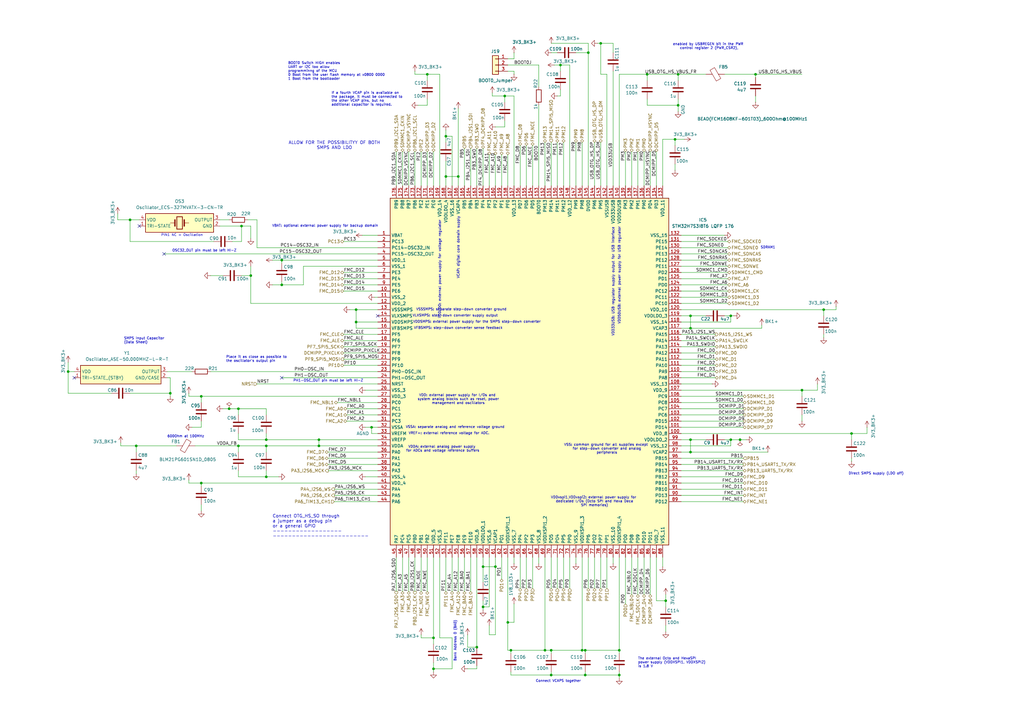
<source format=kicad_sch>
(kicad_sch (version 20231120) (generator "eeschema") (generator_version "8.0")
  (paper "A3")
  (junction (at 337.82 127))
  (junction (at 238.76 266.7))
  (junction (at 226.06 276.86))
  (junction (at 82.55 162.56))
  (junction (at 109.22 195.58))
  (junction (at 55.88 182.88))
  (junction (at 152.4 175.26))
  (junction (at 146.05 132.08))
  (junction (at 208.28 255.27))
  (junction (at 109.22 182.88))
  (junction (at 299.72 129.54))
  (junction (at 146.05 127))
  (junction (at 254 266.7))
  (junction (at 278.13 30.48))
  (junction (at 265.43 30.48))
  (junction (at 209.55 266.7))
  (junction (at 283.21 180.34))
  (junction (at 283.21 129.54))
  (junction (at 223.52 266.7))
  (junction (at 299.72 180.34))
  (junction (at 97.79 182.88))
  (junction (at 207.01 39.37))
  (junction (at 276.86 57.15))
  (junction (at 198.12 232.41))
  (junction (at 240.03 266.7))
  (junction (at 283.21 134.62))
  (junction (at 241.3 21.59))
  (junction (at 328.93 160.02))
  (junction (at 115.57 116.84))
  (junction (at 177.8 274.32))
  (junction (at 177.8 261.62))
  (junction (at 198.12 248.92))
  (junction (at 130.81 182.88))
  (junction (at 278.13 43.18))
  (junction (at 254 276.86))
  (junction (at 273.05 246.38))
  (junction (at 283.21 185.42))
  (junction (at 240.03 276.86))
  (junction (at 195.58 265.43))
  (junction (at 27.94 152.4))
  (junction (at 226.06 266.7))
  (junction (at 53.34 90.17))
  (junction (at 187.96 72.39))
  (junction (at 99.06 92.71))
  (junction (at 303.53 180.34))
  (junction (at 203.2 232.41))
  (junction (at 349.25 177.8))
  (junction (at 175.26 30.48))
  (junction (at 229.87 26.67))
  (junction (at 182.88 55.88))
  (junction (at 109.22 180.34))
  (junction (at 309.88 30.48))
  (junction (at 82.55 198.12))
  (junction (at 130.81 180.34))
  (junction (at 102.87 113.03))
  (junction (at 182.88 72.39))
  (junction (at 97.79 167.64))
  (junction (at 115.57 106.68))
  (junction (at 246.38 17.78))
  (junction (at 93.98 167.64))
  (junction (at 69.85 161.29))
  (no_connect (at 67.31 104.14))
  (no_connect (at 115.57 154.94))
  (no_connect (at 30.48 154.94))
  (no_connect (at 57.15 92.71))
  (no_connect (at 154.94 129.54))
  (wire (pts (xy 246.38 58.42) (xy 246.38 76.2)))
  (wire (pts (xy 200.66 63.5) (xy 200.66 76.2)))
  (wire (pts (xy 233.68 241.3) (xy 233.68 228.6)))
  (wire (pts (xy 130.81 182.88) (xy 154.94 182.88)))
  (wire (pts (xy 210.82 247.65) (xy 210.82 255.27)))
  (wire (pts (xy 170.18 228.6) (xy 170.18 242.57)))
  (wire (pts (xy 137.16 203.2) (xy 154.94 203.2)))
  (wire (pts (xy 55.88 182.88) (xy 72.39 182.88)))
  (wire (pts (xy 130.81 182.88) (xy 109.22 182.88)))
  (wire (pts (xy 298.45 109.22) (xy 279.4 109.22)))
  (wire (pts (xy 140.97 147.32) (xy 154.94 147.32)))
  (wire (pts (xy 193.04 60.96) (xy 193.04 76.2)))
  (wire (pts (xy 241.3 17.78) (xy 241.3 21.59)))
  (wire (pts (xy 271.78 76.2) (xy 271.78 57.15)))
  (wire (pts (xy 243.84 58.42) (xy 243.84 76.2)))
  (wire (pts (xy 349.25 177.8) (xy 349.25 180.34)))
  (wire (pts (xy 48.26 90.17) (xy 53.34 90.17)))
  (wire (pts (xy 279.4 167.64) (xy 304.8 167.64)))
  (wire (pts (xy 335.28 160.02) (xy 335.28 157.48)))
  (wire (pts (xy 198.12 246.38) (xy 198.12 248.92)))
  (wire (pts (xy 208.28 266.7) (xy 208.28 255.27)))
  (wire (pts (xy 236.22 228.6) (xy 236.22 231.14)))
  (wire (pts (xy 109.22 177.8) (xy 109.22 180.34)))
  (wire (pts (xy 210.82 39.37) (xy 207.01 39.37)))
  (wire (pts (xy 102.87 97.79) (xy 102.87 92.71)))
  (wire (pts (xy 53.34 161.29) (xy 69.85 161.29)))
  (wire (pts (xy 209.55 266.7) (xy 209.55 267.97)))
  (wire (pts (xy 182.88 228.6) (xy 182.88 242.57)))
  (wire (pts (xy 210.82 228.6) (xy 210.82 231.14)))
  (wire (pts (xy 172.72 228.6) (xy 172.72 242.57)))
  (wire (pts (xy 226.06 266.7) (xy 238.76 266.7)))
  (wire (pts (xy 99.06 99.06) (xy 95.25 99.06)))
  (wire (pts (xy 90.17 90.17) (xy 93.98 90.17)))
  (wire (pts (xy 226.06 21.59) (xy 228.6 21.59)))
  (wire (pts (xy 231.14 58.42) (xy 231.14 76.2)))
  (wire (pts (xy 279.4 127) (xy 337.82 127)))
  (wire (pts (xy 207.01 39.37) (xy 207.01 41.91)))
  (wire (pts (xy 269.24 246.38) (xy 273.05 246.38)))
  (wire (pts (xy 298.45 114.3) (xy 279.4 114.3)))
  (wire (pts (xy 109.22 195.58) (xy 97.79 195.58)))
  (wire (pts (xy 105.41 157.48) (xy 154.94 157.48)))
  (wire (pts (xy 140.97 119.38) (xy 154.94 119.38)))
  (wire (pts (xy 152.4 177.8) (xy 152.4 175.26)))
  (wire (pts (xy 279.4 96.52) (xy 297.18 96.52)))
  (wire (pts (xy 279.4 203.2) (xy 304.8 203.2)))
  (wire (pts (xy 55.88 193.04) (xy 55.88 194.31)))
  (wire (pts (xy 273.05 246.38) (xy 273.05 248.92)))
  (wire (pts (xy 55.88 182.88) (xy 55.88 185.42)))
  (wire (pts (xy 195.58 60.96) (xy 195.58 76.2)))
  (wire (pts (xy 177.8 274.32) (xy 185.42 274.32)))
  (wire (pts (xy 191.77 260.35) (xy 191.77 265.43)))
  (wire (pts (xy 193.04 228.6) (xy 193.04 242.57)))
  (wire (pts (xy 349.25 177.8) (xy 355.6 177.8)))
  (wire (pts (xy 279.4 132.08) (xy 299.72 132.08)))
  (wire (pts (xy 279.4 177.8) (xy 349.25 177.8)))
  (wire (pts (xy 140.97 99.06) (xy 154.94 99.06)))
  (wire (pts (xy 198.12 228.6) (xy 198.12 232.41)))
  (wire (pts (xy 53.34 99.06) (xy 87.63 99.06)))
  (wire (pts (xy 246.38 17.78) (xy 251.46 17.78)))
  (wire (pts (xy 279.4 170.18) (xy 304.8 170.18)))
  (wire (pts (xy 182.88 72.39) (xy 182.88 66.04)))
  (wire (pts (xy 148.59 96.52) (xy 154.94 96.52)))
  (wire (pts (xy 115.57 106.68) (xy 115.57 107.95)))
  (wire (pts (xy 48.26 90.17) (xy 48.26 87.63)))
  (wire (pts (xy 209.55 266.7) (xy 223.52 266.7)))
  (wire (pts (xy 152.4 175.26) (xy 149.86 175.26)))
  (wire (pts (xy 265.43 40.64) (xy 265.43 43.18)))
  (wire (pts (xy 109.22 182.88) (xy 109.22 185.42)))
  (wire (pts (xy 146.05 132.08) (xy 146.05 127)))
  (wire (pts (xy 248.92 241.3) (xy 248.92 228.6)))
  (wire (pts (xy 138.43 165.1) (xy 154.94 165.1)))
  (wire (pts (xy 53.34 90.17) (xy 57.15 90.17)))
  (wire (pts (xy 53.34 90.17) (xy 53.34 99.06)))
  (wire (pts (xy 69.85 154.94) (xy 69.85 161.29)))
  (wire (pts (xy 254 30.48) (xy 265.43 30.48)))
  (wire (pts (xy 177.8 228.6) (xy 177.8 261.62)))
  (wire (pts (xy 279.4 134.62) (xy 283.21 134.62)))
  (wire (pts (xy 78.74 175.26) (xy 82.55 175.26)))
  (wire (pts (xy 259.08 62.23) (xy 259.08 76.2)))
  (wire (pts (xy 265.43 30.48) (xy 265.43 33.02)))
  (wire (pts (xy 200.66 228.6) (xy 200.66 248.92)))
  (wire (pts (xy 254 276.86) (xy 254 278.13)))
  (wire (pts (xy 27.94 161.29) (xy 27.94 152.4)))
  (wire (pts (xy 241.3 76.2) (xy 241.3 21.59)))
  (wire (pts (xy 328.93 172.72) (xy 328.93 170.18)))
  (wire (pts (xy 208.28 24.13) (xy 210.82 24.13)))
  (wire (pts (xy 279.4 147.32) (xy 293.37 147.32)))
  (wire (pts (xy 299.72 182.88) (xy 299.72 180.34)))
  (wire (pts (xy 99.06 113.03) (xy 102.87 113.03)))
  (wire (pts (xy 97.79 167.64) (xy 97.79 170.18)))
  (wire (pts (xy 177.8 271.78) (xy 177.8 274.32)))
  (wire (pts (xy 215.9 59.69) (xy 215.9 76.2)))
  (wire (pts (xy 207.01 52.07) (xy 207.01 49.53)))
  (wire (pts (xy 198.12 232.41) (xy 198.12 238.76)))
  (wire (pts (xy 226.06 58.42) (xy 226.06 76.2)))
  (wire (pts (xy 172.72 261.62) (xy 177.8 261.62)))
  (wire (pts (xy 49.53 182.88) (xy 49.53 181.61)))
  (wire (pts (xy 273.05 246.38) (xy 273.05 243.84)))
  (wire (pts (xy 289.56 30.48) (xy 278.13 30.48)))
  (wire (pts (xy 142.24 172.72) (xy 154.94 172.72)))
  (wire (pts (xy 162.56 62.23) (xy 162.56 76.2)))
  (wire (pts (xy 82.55 175.26) (xy 82.55 172.72)))
  (wire (pts (xy 215.9 228.6) (xy 215.9 241.3)))
  (wire (pts (xy 337.82 137.16) (xy 337.82 138.43)))
  (wire (pts (xy 298.45 116.84) (xy 279.4 116.84)))
  (wire (pts (xy 283.21 185.42) (xy 283.21 180.34)))
  (wire (pts (xy 78.74 152.4) (xy 68.58 152.4)))
  (wire (pts (xy 175.26 228.6) (xy 175.26 242.57)))
  (wire (pts (xy 134.62 190.5) (xy 154.94 190.5)))
  (wire (pts (xy 298.45 106.68) (xy 279.4 106.68)))
  (wire (pts (xy 101.6 90.17) (xy 105.41 90.17)))
  (wire (pts (xy 170.18 30.48) (xy 175.26 30.48)))
  (wire (pts (xy 299.72 180.34) (xy 303.53 180.34)))
  (wire (pts (xy 256.54 62.23) (xy 256.54 76.2)))
  (wire (pts (xy 27.94 152.4) (xy 27.94 148.59)))
  (wire (pts (xy 240.03 275.59) (xy 240.03 276.86)))
  (wire (pts (xy 146.05 127) (xy 154.94 127)))
  (wire (pts (xy 209.55 275.59) (xy 209.55 276.86)))
  (wire (pts (xy 251.46 29.21) (xy 251.46 76.2)))
  (wire (pts (xy 298.45 124.46) (xy 279.4 124.46)))
  (wire (pts (xy 210.82 29.21) (xy 210.82 30.48)))
  (wire (pts (xy 203.2 232.41) (xy 203.2 260.35)))
  (wire (pts (xy 283.21 185.42) (xy 314.96 185.42)))
  (wire (pts (xy 45.72 161.29) (xy 27.94 161.29)))
  (wire (pts (xy 279.4 180.34) (xy 283.21 180.34)))
  (wire (pts (xy 77.47 198.12) (xy 82.55 198.12)))
  (wire (pts (xy 298.45 119.38) (xy 279.4 119.38)))
  (wire (pts (xy 97.79 167.64) (xy 93.98 167.64)))
  (wire (pts (xy 259.08 228.6) (xy 259.08 243.84)))
  (wire (pts (xy 208.28 228.6) (xy 208.28 255.27)))
  (wire (pts (xy 233.68 76.2) (xy 233.68 26.67)))
  (wire (pts (xy 238.76 228.6) (xy 238.76 266.7)))
  (wire (pts (xy 279.4 157.48) (xy 292.1 157.48)))
  (wire (pts (xy 187.96 72.39) (xy 182.88 72.39)))
  (wire (pts (xy 297.18 180.34) (xy 299.72 180.34)))
  (wire (pts (xy 266.7 62.23) (xy 266.7 76.2)))
  (wire (pts (xy 69.85 162.56) (xy 69.85 161.29)))
  (wire (pts (xy 246.38 228.6) (xy 246.38 241.3)))
  (wire (pts (xy 278.13 30.48) (xy 278.13 33.02)))
  (wire (pts (xy 309.88 39.37) (xy 309.88 41.91)))
  (wire (pts (xy 175.26 43.18) (xy 175.26 40.64)))
  (wire (pts (xy 137.16 205.74) (xy 154.94 205.74)))
  (wire (pts (xy 228.6 58.42) (xy 228.6 76.2)))
  (wire (pts (xy 208.28 266.7) (xy 209.55 266.7)))
  (wire (pts (xy 220.98 228.6) (xy 220.98 231.14)))
  (wire (pts (xy 191.77 265.43) (xy 195.58 265.43)))
  (wire (pts (xy 218.44 59.69) (xy 218.44 76.2)))
  (wire (pts (xy 226.06 266.7) (xy 226.06 267.97)))
  (wire (pts (xy 279.4 160.02) (xy 328.93 160.02)))
  (wire (pts (xy 171.45 43.18) (xy 175.26 43.18)))
  (wire (pts (xy 298.45 104.14) (xy 279.4 104.14)))
  (wire (pts (xy 170.18 62.23) (xy 170.18 76.2)))
  (wire (pts (xy 279.4 101.6) (xy 298.45 101.6)))
  (wire (pts (xy 279.4 137.16) (xy 293.37 137.16)))
  (wire (pts (xy 279.4 175.26) (xy 304.8 175.26)))
  (wire (pts (xy 82.55 162.56) (xy 82.55 165.1)))
  (wire (pts (xy 279.4 198.12) (xy 304.8 198.12)))
  (wire (pts (xy 203.2 63.5) (xy 203.2 76.2)))
  (wire (pts (xy 246.38 30.48) (xy 246.38 17.78)))
  (wire (pts (xy 153.67 121.92) (xy 154.94 121.92)))
  (wire (pts (xy 254 266.7) (xy 254 267.97)))
  (wire (pts (xy 109.22 193.04) (xy 109.22 195.58)))
  (wire (pts (xy 130.81 180.34) (xy 109.22 180.34)))
  (wire (pts (xy 146.05 134.62) (xy 146.05 132.08)))
  (wire (pts (xy 246.38 30.48) (xy 248.92 30.48)))
  (wire (pts (xy 30.48 152.4) (xy 27.94 152.4)))
  (wire (pts (xy 154.94 180.34) (xy 130.81 180.34)))
  (wire (pts (xy 111.76 116.84) (xy 115.57 116.84)))
  (wire (pts (xy 82.55 198.12) (xy 154.94 198.12)))
  (wire (pts (xy 195.58 228.6) (xy 195.58 265.43)))
  (wire (pts (xy 185.42 261.62) (xy 185.42 274.32)))
  (wire (pts (xy 154.94 106.68) (xy 115.57 106.68)))
  (wire (pts (xy 264.16 228.6) (xy 264.16 243.84)))
  (wire (pts (xy 105.41 101.6) (xy 154.94 101.6)))
  (wire (pts (xy 355.6 177.8) (xy 355.6 175.26)))
  (wire (pts (xy 240.03 276.86) (xy 254 276.86)))
  (wire (pts (xy 283.21 129.54) (xy 289.56 129.54)))
  (wire (pts (xy 154.94 134.62) (xy 146.05 134.62)))
  (wire (pts (xy 82.55 198.12) (xy 82.55 199.39)))
  (wire (pts (xy 328.93 160.02) (xy 328.93 162.56)))
  (wire (pts (xy 115.57 116.84) (xy 115.57 115.57)))
  (wire (pts (xy 223.52 228.6) (xy 223.52 266.7)))
  (wire (pts (xy 177.8 62.23) (xy 177.8 76.2)))
  (wire (pts (xy 182.88 76.2) (xy 182.88 72.39)))
  (wire (pts (xy 115.57 154.94) (xy 154.94 154.94)))
  (wire (pts (xy 146.05 127) (xy 143.51 127)))
  (wire (pts (xy 198.12 60.96) (xy 198.12 76.2)))
  (wire (pts (xy 279.4 172.72) (xy 304.8 172.72)))
  (wire (pts (xy 210.82 255.27) (xy 208.28 255.27)))
  (wire (pts (xy 69.85 154.94) (xy 68.58 154.94)))
  (wire (pts (xy 245.11 17.78) (xy 246.38 17.78)))
  (wire (pts (xy 177.8 275.59) (xy 177.8 274.32)))
  (wire (pts (xy 182.88 58.42) (xy 182.88 55.88)))
  (wire (pts (xy 49.53 182.88) (xy 55.88 182.88)))
  (wire (pts (xy 220.98 43.18) (xy 220.98 76.2)))
  (wire (pts (xy 177.8 261.62) (xy 177.8 264.16)))
  (wire (pts (xy 279.4 149.86) (xy 293.37 149.86)))
  (wire (pts (xy 279.4 165.1) (xy 304.8 165.1)))
  (wire (pts (xy 261.62 228.6) (xy 261.62 243.84)))
  (wire (pts (xy 105.41 90.17) (xy 105.41 101.6)))
  (wire (pts (xy 261.62 62.23) (xy 261.62 76.2)))
  (wire (pts (xy 203.2 52.07) (xy 207.01 52.07)))
  (wire (pts (xy 187.96 72.39) (xy 187.96 44.45)))
  (wire (pts (xy 134.62 185.42) (xy 154.94 185.42)))
  (wire (pts (xy 180.34 30.48) (xy 180.34 76.2)))
  (wire (pts (xy 208.28 26.67) (xy 220.98 26.67)))
  (wire (pts (xy 279.4 190.5) (xy 304.8 190.5)))
  (wire (pts (xy 200.66 256.54) (xy 200.66 260.35)))
  (wire (pts (xy 149.86 160.02) (xy 154.94 160.02)))
  (wire (pts (xy 279.4 99.06) (xy 298.45 99.06)))
  (wire (pts (xy 165.1 228.6) (xy 165.1 242.57)))
  (wire (pts (xy 269.24 228.6) (xy 269.24 246.38)))
  (wire (pts (xy 97.79 195.58) (xy 97.79 193.04)))
  (wire (pts (xy 279.4 152.4) (xy 293.37 152.4)))
  (wire (pts (xy 279.4 139.7) (xy 293.37 139.7)))
  (wire (pts (xy 254 76.2) (xy 254 30.48)))
  (wire (pts (xy 248.92 30.48) (xy 248.92 76.2)))
  (wire (pts (xy 279.4 185.42) (xy 283.21 185.42)))
  (wire (pts (xy 102.87 109.22) (xy 102.87 113.03)))
  (wire (pts (xy 205.74 228.6) (xy 205.74 237.49)))
  (wire (pts (xy 251.46 228.6) (xy 251.46 231.14)))
  (wire (pts (xy 223.52 58.42) (xy 223.52 76.2)))
  (wire (pts (xy 175.26 30.48) (xy 175.26 33.02)))
  (wire (pts (xy 111.76 106.68) (xy 115.57 106.68)))
  (wire (pts (xy 271.78 228.6) (xy 271.78 232.41)))
  (wire (pts (xy 80.01 182.88) (xy 97.79 182.88)))
  (wire (pts (xy 240.03 266.7) (xy 240.03 267.97)))
  (wire (pts (xy 229.87 26.67) (xy 229.87 29.21)))
  (wire (pts (xy 195.58 274.32) (xy 195.58 273.05)))
  (wire (pts (xy 208.28 63.5) (xy 208.28 76.2)))
  (wire (pts (xy 97.79 177.8) (xy 97.79 180.34)))
  (wire (pts (xy 337.82 127) (xy 337.82 129.54)))
  (wire (pts (xy 283.21 134.62) (xy 312.42 134.62)))
  (wire (pts (xy 205.74 63.5) (xy 205.74 76.2)))
  (wire (pts (xy 140.97 116.84) (xy 154.94 116.84)))
  (wire (pts (xy 124.46 109.22) (xy 154.94 109.22)))
  (wire (pts (xy 97.79 180.34) (xy 109.22 180.34)))
  (wire (pts (xy 279.4 162.56) (xy 304.8 162.56)))
  (wire (pts (xy 238.76 58.42) (xy 238.76 76.2)))
  (wire (pts (xy 208.28 29.21) (xy 210.82 29.21)))
  (wire (pts (xy 124.46 116.84) (xy 115.57 116.84)))
  (wire (pts (xy 165.1 62.23) (xy 165.1 76.2)))
  (wire (pts (xy 67.31 104.14) (xy 154.94 104.14)))
  (wire (pts (xy 271.78 57.15) (xy 276.86 57.15)))
  (wire (pts (xy 142.24 167.64) (xy 154.94 167.64)))
  (wire (pts (xy 279.4 195.58) (xy 304.8 195.58)))
  (wire (pts (xy 218.44 228.6) (xy 218.44 241.3)))
  (wire (pts (xy 93.98 167.64) (xy 91.44 167.64)))
  (wire (pts (xy 200.66 248.92) (xy 198.12 248.92)))
  (wire (pts (xy 265.43 43.18) (xy 278.13 43.18)))
  (wire (pts (xy 236.22 58.42) (xy 236.22 76.2)))
  (wire (pts (xy 200.66 260.35) (xy 203.2 260.35)))
  (wire (pts (xy 279.4 129.54) (xy 283.21 129.54)))
  (wire (pts (xy 299.72 132.08) (xy 299.72 129.54)))
  (wire (pts (xy 86.36 113.03) (xy 91.44 113.03)))
  (wire (pts (xy 152.4 175.26) (xy 154.94 175.26)))
  (wire (pts (xy 77.47 162.56) (xy 82.55 162.56)))
  (wire (pts (xy 229.87 39.37) (xy 229.87 36.83)))
  (wire (pts (xy 77.47 198.12) (xy 77.47 196.85)))
  (wire (pts (xy 99.06 92.71) (xy 99.06 99.06)))
  (wire (pts (xy 229.87 26.67) (xy 233.68 26.67)))
  (wire (pts (xy 256.54 228.6) (xy 256.54 247.65)))
  (wire (pts (xy 203.2 228.6) (xy 203.2 232.41)))
  (wire (pts (xy 279.4 154.94) (xy 293.37 154.94)))
  (wire (pts (xy 226.06 17.78) (xy 241.3 17.78)))
  (wire (pts (xy 185.42 228.6) (xy 185.42 242.57)))
  (wire (pts (xy 283.21 134.62) (xy 283.21 129.54)))
  (wire (pts (xy 265.43 30.48) (xy 278.13 30.48)))
  (wire (pts (xy 279.4 193.04) (xy 304.8 193.04)))
  (wire (pts (xy 298.45 111.76) (xy 279.4 111.76)))
  (wire (pts (xy 140.97 149.86) (xy 154.94 149.86)))
  (wire (pts (xy 109.22 167.64) (xy 97.79 167.64)))
  (wire (pts (xy 337.82 127) (xy 342.9 127)))
  (wire (pts (xy 203.2 232.41) (xy 198.12 232.41)))
  (wire (pts (xy 279.4 205.74) (xy 304.8 205.74)))
  (wire (pts (xy 134.62 193.04) (xy 154.94 193.04)))
  (wire (pts (xy 210.82 76.2) (xy 210.82 39.37)))
  (wire (pts (xy 276.86 57.15) (xy 280.67 57.15)))
  (wire (pts (xy 86.36 152.4) (xy 154.94 152.4)))
  (wire (pts (xy 243.84 228.6) (xy 243.84 241.3)))
  (wire (pts (xy 278.13 43.18) (xy 278.13 40.64)))
  (wire (pts (xy 198.12 248.92) (xy 198.12 250.19)))
  (wire (pts (xy 349.25 189.23) (xy 349.25 187.96)))
  (wire (pts (xy 238.76 266.7) (xy 240.03 266.7)))
  (wire (pts (xy 142.24 170.18) (xy 154.94 170.18)))
  (wire (pts (xy 299.72 129.54) (xy 300.99 129.54)))
  (wire (pts (xy 134.62 187.96) (xy 154.94 187.96)))
  (wire (pts (xy 228.6 241.3) (xy 228.6 228.6)))
  (wire (pts (xy 279.4 200.66) (xy 304.8 200.66)))
  (wire (pts (xy 180.34 261.62) (xy 185.42 261.62)))
  (wire (pts (xy 227.33 26.67) (xy 229.87 26.67)))
  (wire (pts (xy 298.45 121.92) (xy 279.4 121.92)))
  (wire (pts (xy 140.97 137.16) (xy 154.94 137.16)))
  (wire (pts (xy 162.56 228.6) (xy 162.56 242.57)))
  (wire (pts (xy 283.21 180.34) (xy 289.56 180.34)))
  (wire (pts (xy 279.4 144.78) (xy 293.37 144.78)))
  (wire (pts (xy 170.18 30.48) (xy 170.18 29.21)))
  (wire (pts (xy 102.87 124.46) (xy 154.94 124.46)))
  (wire (pts (xy 276.86 57.15) (xy 276.86 59.69)))
  (wire (pts (xy 226.06 228.6) (xy 226.06 241.3)))
  (wire (pts (xy 269.24 62.23) (xy 269.24 76.2)))
  (wire (pts (xy 209.55 276.86) (xy 226.06 276.86)))
  (wire (pts (xy 213.36 228.6) (xy 213.36 241.3)))
  (wire (pts (xy 190.5 228.6) (xy 190.5 242.57)))
  (wire (pts (xy 190.5 60.96) (xy 190.5 76.2)))
  (wire (pts (xy 149.86 195.58) (xy 154.94 195.58)))
  (wire (pts (xy 154.94 177.8) (xy 152.4 177.8)))
  (wire (pts (xy 201.93 39.37) (xy 207.01 39.37)))
  (wire (pts (xy 180.34 228.6) (xy 180.34 261.62)))
  (wire (pts (xy 172.72 62.23) (xy 172.72 76.2)))
  (wire (pts (xy 241.3 228.6) (xy 241.3 241.3)))
  (wire (pts (xy 328.93 30.48) (xy 309.88 30.48)))
  (wire (pts (xy 231.14 228.6) (xy 231.14 241.3)))
  (wire (pts (xy 278.13 43.18) (xy 278.13 45.72)))
  (wire (pts (xy 226.06 276.86) (xy 240.03 276.86)))
  (wire (pts (xy 328.93 160.02) (xy 335.28 160.02)))
  (wire (pts (xy 210.82 21.59) (xy 210.82 24.13)))
  (wire (pts (xy 146.05 132.08) (xy 154.94 132.08)))
  (wire (pts (xy 175.26 30.48) (xy 180.34 30.48)))
  (wire (pts (xy 276.86 67.31) (xy 276.86 69.85)))
  (wire (pts (xy 309.88 30.48) (xy 309.88 31.75)))
  (wire (pts (xy 309.88 30.48) (xy 297.18 30.48)))
  (wire (pts (xy 185.42 76.2) (xy 185.42 55.88)))
  (wire (pts (xy 312.42 133.35) (xy 312.42 134.62)))
  (wire (pts (xy 82.55 209.55) (xy 82.55 207.01)))
  (wire (pts (xy 240.03 266.7) (xy 254 266.7)))
  (wire (pts (xy 297.18 129.54) (xy 299.72 129.54)))
  (wire (pts (xy 279.4 142.24) (xy 293.37 142.24)))
  (wire (pts (xy 167.64 228.6) (xy 167.64 242.57)))
  (wire (pts (xy 124.46 109.22) (xy 124.46 116.84)))
  (wire (pts (xy 109.22 170.18) (xy 109.22 167.64)))
  (wire (pts (xy 303.53 180.34) (xy 306.07 180.34)))
  (wire (pts (xy 185.42 55.88) (xy 182.88 55.88)))
  (wire (pts (xy 201.93 39.37) (xy 201.93 38.1)))
  (wire (pts (xy 273.05 256.54) (xy 273.05 259.08)))
  (wire (pts (xy 140.97 114.3) (xy 154.94 114.3)))
  (wire (pts (xy 109.22 195.58) (xy 114.3 195.58)))
  (wire (pts (xy 191.77 274.32) (xy 195.58 274.32)))
  (wire (pts (xy 228.6 39.37) (xy 229.87 39.37)))
  (wire (pts (xy 251.46 21.59) (xy 251.46 17.78)))
  (wire (pts (xy 226.06 275.59) (xy 226.06 276.86)))
  (wire (pts (xy 102.87 92.71) (xy 99.06 92.71)))
  (wire (pts (xy 172.72 260.35) (xy 172.72 261.62)))
  (wire (pts (xy 82.55 162.56) (xy 154.94 162.56)))
  (wire (pts (xy 279.4 187.96) (xy 304.8 187.96)))
  (wire (pts (xy 220.98 26.67) (xy 220.98 35.56)))
  (wire (pts (xy 140.97 139.7) (xy 154.94 139.7)))
  (wire (pts (xy 97.79 182.88) (xy 109.22 182.88)))
  (wire (pts (xy 279.4 182.88) (xy 299.72 182.88)))
  (wire (pts (xy 264.16 62.23) (xy 264.16 76.2)))
  (wire (pts (xy 130.81 180.34) (xy 130.81 182.88)))
  (wire (pts (xy 266.7 228.6) (xy 266.7 243.84)))
  (wire (pts (xy 241.3 21.59) (xy 236.22 21.59)))
  (wire (pts (xy 137.16 200.66) (xy 154.94 200.66)))
  (wire (pts (xy 182.88 55.88) (xy 182.88 53.34)))
  (wire (pts (xy 254 266.7) (xy 254 228.6)))
  (wire (pts (xy 254 275.59) (xy 254 276.86)))
  (wire (pts (xy 90.17 92.71) (xy 99.06 92.71)))
  (wire (pts (xy 342.9 127) (xy 342.9 125.73)))
  (wire (pts (xy 97.79 182.88) (xy 97.79 185.42)))
  (wire (pts (xy 102.87 113.03) (xy 102.87 124.46)))
  (wire (pts (xy 140.97 111.76) (xy 154.94 111.76)))
  (wire (pts (xy 213.36 59.69) (xy 213.36 76.2)))
  (wire (pts (xy 223.52 266.7) (xy 226.06 266.7)))
  (wire (pts (xy 187.96 76.2) (xy 187.96 72.39)))
  (wire (pts (xy 175.26 62.23) (xy 175.26 76.2)))
  (wire (pts (xy 187.96 228.6) (xy 187.96 242.57)))
  (wire (pts (xy 167.64 62.23) (xy 167.64 76.2)))
  (wire (pts (xy 140.97 142.24) (xy 154.94 142.24)))
  (wire (pts (xy 77.47 162.56) (xy 77.47 161.29)))
  (wire (pts (xy 140.97 144.78) (xy 154.94 144.78)))
  (text "SDRAM1" (at 314.96 101.6 0) (effects (font (size 1 1))))
  (text "VDD50USB: external power supply for USB regulator" (at 254 113.03 90) (effects (font (size 1 1))))
  (text "VDDA: external analog power supply \nfor ADCs and voltage reference buffers" (at 181.61 184.15 0) (effects (font (size 1 1))))
  (text "PH1-OSC_OUT pin must be left HI-Z" (at 134.62 156.21 0) (effects (font (size 1 1))))
  (text "VSSSMPS: separate step-down converter ground" (at 189.23 127 0) (effects (font (size 1 1))))
  (text "600Ohm at 100MHz" (at 76.2 179.07 0) (effects (font (size 1 1))))
  (text "VBAT: optional external power supply for backup domain" (at 133.35 92.71 0) (effects (font (size 1 1))))
  (text "SMPS Input Capacitor\n(Data Sheet)" (at 50.8 139.7 0) (effects (font (size 1 1)) (justify left)))
  (text "Connect OTG_HS_SO through\na jumper as a debug pin \nor a general GPIO\n------------------\n-------------------------" (at 111.76 215.9 0) (effects (font (size 1.27 1.27)) (justify left)))
  (text "VDD33USB: USB regulator supply output for USB interface" (at 251.46 115.57 90) (effects (font (size 1 1))))
  (text "Connect VCAPS together" (at 219.71 279.4 0) (effects (font (size 1 1)) (justify left)))
  (text "Bank Address 0 (BA0)" (at 186.69 262.89 90) (effects (font (size 1 1))))
  (text "The external Octo and HexaSPI \npower supply (VDDXSPI1, VDDXSPI2) \nis 1.8 V" (at 261.62 271.78 0) (effects (font (size 1 1)) (justify left)))
  (text "VREF+: external reference voltage for ADC." (at 184.15 177.8 0) (effects (font (size 1 1))))
  (text "OSC32_OUT pin must be left HI-Z" (at 83.82 102.87 0) (effects (font (size 1 1))))
  (text "VDDLDO: external power supply for voltage regulator" (at 180.34 110.49 90) (effects (font (size 1 1))))
  (text "enabled by USBREGEN bit in the PWR \ncontrol register 2 (PWR_CSR2)," (at 290.83 19.05 0) (effects (font (size 1 1))))
  (text "Place it as close as possible to \nthe oscillator's output pin" (at 92.71 147.32 0) (effects (font (size 1 1)) (justify left)))
  (text "VLXSMPS: step-down converter supply output" (at 186.69 129.54 0) (effects (font (size 1 1))))
  (text "ALLOW FOR THE POSSIBILITYY OF BOTH\nSMPS AND LDO" (at 137.16 59.69 0) (effects (font (size 1.27 1.27))))
  (text "PIN1 NC = Oscillation" (at 66.04 96.52 0) (effects (font (size 1 1) (thickness 0.125)) (justify left)))
  (text "VDDSMPS: external power supply for the SMPS step-down converter" (at 195.58 132.08 0) (effects (font (size 1 1))))
  (text "VCAP: digital core domain supply" (at 187.96 101.6 90) (effects (font (size 1 1))))
  (text "VSSA: separate analog and reference voltage ground" (at 186.69 175.26 0) (effects (font (size 1 1))))
  (text "BOOT0 Switch HIGH enables \nUART or I2C too allow\nprogramminng of the MCU\n0 Boot from the user flash memory at x0800 0000\n1 Boot from the bootloader" (at 118.11 33.02 0) (effects (font (size 1 1)) (justify left bottom)))
  (text "Direct SMPS supply (LDO off)" (at 347.98 194.31 0) (effects (font (size 1 1)) (justify left)))
  (text "VSS: common ground for all supplies except \nfor step-down converter and analog\nperipherals" (at 248.92 184.15 0) (effects (font (size 1 1))))
  (text "VDD: external power supply for I/Os and \nsystem analog blocks such as reset, power\nmanagement and oscillators" (at 187.96 163.83 0) (effects (font (size 1 1))))
  (text "VDDxspi1,VDDxspi2: external power supply for \ndedicated I/Os (Octo SPI and Hexa Deca\nSPI memories)" (at 243.84 205.74 0) (effects (font (size 1 1))))
  (text "VFBSMPS: step-down converter sense feedback" (at 187.96 134.62 0) (effects (font (size 1 1))))
  (text "If a fourth VCAP pin is available on \nthe package, it must be connected to \nthe other VCAP pins, but no\nadditional capacitor is required." (at 135.89 40.64 0) (effects (font (size 1 1)) (justify left)))
  (label "DCMIPP_D9" (at 294.64 172.72 0))
  (label "PB15" (at 304.8 187.96 180))
  (label "PA14_SWCLK" (at 293.37 139.7 180))
  (label "FMC_D9" (at 304.8 195.58 180))
  (label "FMC_A10" (at 203.2 71.12 90))
  (label "FMC_D14" (at 140.97 116.84 0))
  (label "PM2" (at 259.08 66.04 90))
  (label "PO2" (at 243.84 237.49 270))
  (label "PM11" (at 228.6 58.42 270))
  (label "PH0-OSC_IN" (at 120.65 152.4 0))
  (label "VDD33USB" (at 251.46 68.58 90))
  (label "PP2" (at 215.9 237.49 270))
  (label "FMC_ALE" (at 140.97 139.7 0))
  (label "USB_OTG_HS_VBUS" (at 328.93 30.48 180))
  (label "DCMIPP_VSYNC" (at 167.64 76.2 90))
  (label "PO1" (at 205.74 232.41 270))
  (label "FMC_D4" (at 293.37 154.94 180))
  (label "PF10" (at 146.05 149.86 180))
  (label "FMC_A3" (at 165.1 242.57 90))
  (label "PF11" (at 182.88 242.57 90))
  (label "PB4_I2S1_SDI" (at 193.04 60.96 270))
  (label "PB9_I2C1_SDA" (at 162.56 62.23 270))
  (label "PM14_SPI5_MISO" (at 226.06 58.42 270))
  (label "PC14-OSC32_IN" (at 130.81 101.6 180))
  (label "DCMIPP_PIXCLK" (at 140.97 144.78 0))
  (label "FMC_SDCKE0" (at 285.75 99.06 0))
  (label "FMC_D10" (at 304.8 198.12 180))
  (label "SDMMC1_D0" (at 293.37 165.1 0))
  (label "PB3_SWO" (at 195.58 60.96 270))
  (label "PM13" (at 223.52 58.42 270))
  (label "PA3_I2S6_MCK" (at 134.62 193.04 0))
  (label "FMC_NBL0" (at 259.08 243.84 90))
  (label "PM9" (at 236.22 62.23 90))
  (label "USB_OTG_HS_DP" (at 243.84 73.66 90))
  (label "FMC_D8" (at 213.36 59.69 270))
  (label "FMC_A7" (at 298.45 114.3 180))
  (label "FMC_BA0" (at 190.5 242.57 90))
  (label "FMC_A11" (at 200.66 71.12 90))
  (label "PA15_I2S1_WS" (at 293.37 137.16 180))
  (label "DCMIPP_D2" (at 177.8 62.23 270))
  (label "FMC_A5" (at 167.64 242.57 90))
  (label "PO4" (at 228.6 241.3 90))
  (label "PC13" (at 146.05 99.06 180))
  (label "USB_OTG_HS_VBUS_FR" (at 285.75 30.48 180))
  (label "FMC_INT" (at 304.8 203.2 180))
  (label "PM8" (at 238.76 62.23 90))
  (label "USB_OTG_HS_DM" (at 246.38 73.66 90))
  (label "FMC_A1" (at 142.24 170.18 0))
  (label "FMC_D11" (at 304.8 200.66 180))
  (label "PF9_SPI5_MOSI" (at 140.97 147.32 0))
  (label "SDMMC1_CK" (at 298.45 119.38 180))
  (label "FMC_D12" (at 140.97 111.76 0))
  (label "PO5" (at 226.06 237.49 270))
  (label "BOOT0J" (at 210.82 26.67 0))
  (label "SDMMC1_D2" (at 298.45 124.46 180))
  (label "PA6_TIM13_CH1" (at 137.16 205.74 0))
  (label "FMC_A8" (at 208.28 71.12 90))
  (label "PA7_I2S6_SDO" (at 162.56 242.57 90))
  (label "NRST" (at 105.41 157.48 0))
  (label "PP1" (at 248.92 241.3 90))
  (label "FMC_A9" (at 205.74 71.12 90))
  (label "PE2" (at 172.72 66.04 90))
  (label "PO0" (at 256.54 247.65 90))
  (label "FMC_D13" (at 140.97 114.3 0))
  (label "FMC_SDNE0" (at 285.75 101.6 0))
  (label "DCMIPP_D3" (at 175.26 62.23 270))
  (label "FMC_A6" (at 298.45 116.84 180))
  (label "PC15-OSC32_OUT" (at 132.08 104.14 180))
  (label "FMC_D6" (at 134.62 187.96 0))
  (label "FMC_SDCLK" (at 261.62 243.84 90))
  (label "PA4_I2S6_WS" (at 137.16 200.66 0))
  (label "DCMIPP_D5" (at 269.24 72.39 90))
  (label "FMC_CLE" (at 140.97 137.16 0))
  (label "SDMMC1_CKIN" (at 165.1 62.23 270))
  (label "PP3" (at 218.44 237.49 270))
  (label "FMC_SDNCAS" (at 298.45 104.14 180))
  (label "PB5" (at 190.5 60.96 270))
  (label "PM1" (at 261.62 66.04 90))
  (label "PB13_UART5_TX{slash}RX" (at 304.8 193.04 180))
  (label "DCMIPP_D4" (at 264.16 243.84 90))
  (label "FMC_A2" (at 142.24 172.72 0))
  (label "DCMIPP_D7" (at 294.64 175.26 0))
  (label "PM12" (at 231.14 58.42 270))
  (label "FMC_D15" (at 140.97 119.38 0))
  (label "SDMMC1_D3" (at 298.45 121.92 180))
  (label "PB6_I2C1_SCL" (at 170.18 62.23 270))
  (label "FMC_D2" (at 293.37 149.86 180))
  (label "VDDA_FB" (at 88.9 182.88 0))
  (label "PF7_SPI5_SCK" (at 140.97 142.24 0))
  (label "SDMMC1_CMD" (at 298.45 111.76 180))
  (label "PB14_USART1_TX{slash}RX" (at 304.8 190.5 180))
  (label "PB0_I2S1_CK" (at 170.18 242.57 90))
  (label "DCMIPP_D1" (at 294.64 167.64 0))
  (label "FMC_SDNRAS" (at 298.45 106.68 180))
  (label "PM3" (at 256.54 66.04 90))
  (label "BOOT0" (at 220.98 59.69 270))
  (label "PP6" (at 241.3 237.49 270))
  (label "PH1-OSC_OUT" (at 120.65 154.94 0))
  (label "FMC_A4" (at 185.42 242.57 90))
  (label "PA13_SWDIO" (at 293.37 142.24 180))
  (label "FMC_A0" (at 142.24 167.64 0))
  (label "SDMMC1_D1" (at 293.37 162.56 0))
  (label "PP0" (at 233.68 241.3 90))
  (label "DCMIPP_HSYNC" (at 266.7 76.2 90))
  (label "PF4_DCMIPP_D8" (at 198.12 60.96 270))
  (label "FMC_SDNWE" (at 298.45 109.22 180))
  (label "FMC_NBL1" (at 138.43 165.1 0))
  (label "PP7" (at 246.38 237.49 270))
  (label "PP5" (at 231.14 237.49 270))
  (label "FMC_D1" (at 293.37 147.32 180))
  (label "PA5_I2S6_CK" (at 137.16 203.2 0))
  (label "FMC_D3" (at 293.37 152.4 180))
  (label "DCMIPP_D0" (at 294.64 170.18 0))
  (label "FMC_D0" (at 293.37 144.78 180))
  (label "FMC_NE1" (at 304.8 205.74 180))
  (label "FMC_A12" (at 187.96 242.57 90))
  (label "DCMIPP_D6" (at 266.7 243.84 90))
  (label "FMC_NCE" (at 218.44 68.58 90))
  (label "FMC_D7" (at 134.62 185.42 0))
  (label "FMC_BA1" (at 193.04 242.57 90))
  (label "PP4" (at 213.36 237.49 270))
  (label "FMC_NOE" (at 172.72 242.57 90))
  (label "PD6" (at 215.9 59.69 270))
  (label "PM0" (at 264.16 66.04 90))
  (label "FMC_D5" (at 134.62 190.5 0))
  (label "FMC_NWE" (at 175.26 242.57 90))
  (hierarchical_label "FMC_D10" (shape bidirectional) (at 304.8 198.12 0))
  (hierarchical_label "PM13" (shape bidirectional) (at 223.52 58.42 90))
  (hierarchical_label "FMC_D14" (shape bidirectional) (at 140.97 116.84 180))
  (hierarchical_label "PP7" (shape bidirectional) (at 246.38 241.3 270))
  (hierarchical_label "PA4_I2S6_WS" (shape output) (at 137.16 200.66 180))
  (hierarchical_label "FMC_D0" (shape bidirectional) (at 293.37 144.78 0))
  (hierarchical_label "PB14_USART1_TX{slash}RX" (shape output) (at 304.8 190.5 0))
  (hierarchical_label "PF9_SPI5_MOSI" (shape output) (at 140.97 147.32 180))
  (hierarchical_label "FMC_SDNCAS" (shape bidirectional) (at 298.45 104.14 0))
  (hierarchical_label "FMC_D9" (shape bidirectional) (at 304.8 195.58 0))
  (hierarchical_label "PM0" (shape bidirectional) (at 264.16 62.23 90))
  (hierarchical_label "PM12" (shape bidirectional) (at 231.14 58.42 90))
  (hierarchical_label "PO4" (shape input) (at 228.6 241.3 270))
  (hierarchical_label "SDMMC1_D1" (shape bidirectional) (at 304.8 162.56 0))
  (hierarchical_label "FMC_A0" (shape bidirectional) (at 142.24 167.64 180))
  (hierarchical_label "FMC_A1" (shape bidirectional) (at 142.24 170.18 180))
  (hierarchical_label "PP3" (shape input) (at 218.44 241.3 270))
  (hierarchical_label "FMC_SDNRAS" (shape bidirectional) (at 298.45 106.68 0))
  (hierarchical_label "DCMIPP_D3" (shape bidirectional) (at 175.26 62.23 90))
  (hierarchical_label "FMC_D15" (shape bidirectional) (at 140.97 119.38 180))
  (hierarchical_label "DCMIPP_D0" (shape bidirectional) (at 304.8 170.18 0))
  (hierarchical_label "FMC_A7" (shape bidirectional) (at 298.45 114.3 0))
  (hierarchical_label "FMC_A2" (shape bidirectional) (at 142.24 172.72 180))
  (hierarchical_label "DCMIPP_PIXCLK" (shape bidirectional) (at 140.97 144.78 180))
  (hierarchical_label "FMC_A10" (shape bidirectional) (at 203.2 63.5 90))
  (hierarchical_label "DCMIPP_D5" (shape bidirectional) (at 269.24 62.23 90))
  (hierarchical_label "PF7_SPI5_SCK" (shape bidirectional) (at 140.97 142.24 180))
  (hierarchical_label "PM1" (shape bidirectional) (at 261.62 62.23 90))
  (hierarchical_label "PP5" (shape bidirectional) (at 231.14 241.3 270))
  (hierarchical_label "SDMMC1_D2" (shape bidirectional) (at 298.45 124.46 0))
  (hierarchical_label "PB9_I2C1_SDA" (shape bidirectional) (at 162.56 62.23 90))
  (hierarchical_label "FMC_NE1" (shape bidirectional) (at 304.8 205.74 0))
  (hierarchical_label "PA6_TIM13_CH1" (shape input) (at 137.16 205.74 180))
  (hierarchical_label "SDMMC1_CK" (shape bidirectional) (at 298.45 119.38 0))
  (hierarchical_label "USB_OTG_HS_DM" (shape bidirectional) (at 246.38 58.42 90))
  (hierarchical_label "FMC_NOE" (shape bidirectional) (at 172.72 242.57 270))
  (hierarchical_label "PM14_SPI5_MISO" (shape input) (at 226.06 58.42 90))
  (hierarchical_label "PP0" (shape input) (at 233.68 241.3 270))
  (hierarchical_label "PA13_SWDIO" (shape bidirectional) (at 293.37 142.24 0))
  (hierarchical_label "NRST" (shape input) (at 105.41 157.48 180))
  (hierarchical_label "FMC_A5" (shape bidirectional) (at 167.64 242.57 270))
  (hierarchical_label "FMC_NWE" (shape bidirectional) (at 175.26 242.57 270))
  (hierarchical_label "DCMIPP_D1" (shape bidirectional) (at 304.8 167.64 0))
  (hierarchical_label "SDMMC1_D0" (shape bidirectional) (at 304.8 165.1 0))
  (hierarchical_label "PC13" (shape bidirectional) (at 140.97 99.06 180))
  (hierarchical_label "DCMIPP_D4" (shape bidirectional) (at 264.16 243.84 270))
  (hierarchical_label "PB13_UART5_TX{slash}RX" (shape bidirectional) (at 304.8 193.04 0))
  (hierarchical_label "FMC_BA1" (shape bidirectional) (at 193.04 242.57 270))
  (hierarchical_label "PB3_SWO" (shape bidirectional) (at 195.58 60.96 90))
  (hierarchical_label "FMC_D8" (shape bidirectional) (at 213.36 59.69 90))
  (hierarchical_label "FMC_A9" (shape bidirectional) (at 205.74 63.5 90))
  (hierarchical_label "PD6" (shape bidirectional) (at 215.9 59.69 90))
  (hierarchical_label "PO5" (shape bidirectional) (at 226.06 241.3 270))
  (hierarchical_label "PA5_I2S6_CK" (shape output) (at 137.16 203.2 180))
  (hierarchical_label "FMC_SDNE0" (shape bidirectional) (at 298.45 101.6 0))
  (hierarchical_label "FMC_SDCLK" (shape bidirectional) (at 261.62 243.84 270))
  (hierarchical_label "PF11" (shape bidirectional) (at 182.88 242.57 270))
  (hierarchical_label "FMC_NCE" (shape bidirectional) (at 218.44 59.69 90))
  (hierarchical_label "FMC_CLE" (shape bidirectional) (at 140.97 137.16 180))
  (hierarchical_label "PP2" (shape input) (at 215.9 241.3 270))
  (hierarchical_label "PM3" (shape bidirectional) (at 256.54 62.23 90))
  (hierarchical_label "FMC_D1" (shape bidirectional) (at 293.37 147.32 0))
  (hierarchical_label "DCMIPP_D6" (shape bidirectional) (at 266.7 243.84 270))
  (hierarchical_label "FMC_D7" (shape bidirectional) (at 134.62 185.42 180))
  (hierarchical_label "FMC_D3" (shape bidirectional) (at 293.37 152.4 0))
  (hierarchical_label "FMC_A8" (shape bidirectional) (at 208.28 63.5 90))
  (hierarchical_label "FMC_D6" (shape bidirectional) (at 134.62 187.96 180))
  (hierarchical_label "FMC_A12" (shape bidirectional) (at 187.96 242.57 270))
  (hierarchical_label "PE2" (shape bidirectional) (at 172.72 62.23 90))
  (hierarchical_label "PB6_I2C1_SCL" (shape bidirectional) (at 170.18 62.23 90))
  (hierarchical_label "USB_OTG_HS_DP" (shape bidirectional) (at 243.84 58.42 90))
  (hierarchical_label "PA7_I2S6_SDO" (shape output) (at 162.56 242.57 270))
  (hierarchical_label "FMC_D11" (shape bidirectional) (at 304.8 200.66 0))
  (hierarchical_label "DCMIPP_D9" (shape bidirectional) (at 304.8 172.72 0))
  (hierarchical_label "FMC_D2" (shape bidirectional) (at 293.37 149.86 0))
  (hierarchical_label "SDMMC1_CKIN" (shape bidirectional) (at 165.1 62.23 90))
  (hierarchical_label "FMC_NBL1" (shape bidirectional) (at 138.43 165.1 180))
  (hierarchical_label "PP4" (shape bidirectional) (at 213.36 241.3 270))
  (hierarchical_label "FMC_ALE" (shape bidirectional) (at 140.97 139.7 180))
  (hierarchical_label "PP6" (shape bidirectional) (at 241.3 241.3 270))
  (hierarchical_label "FMC_NBL0" (shape bidirectional) (at 259.08 243.84 270))
  (hierarchical_label "PO2" (shape bidirectional) (at 243.84 241.3 270))
  (hierarchical_label "FMC_D5" (shape bidirectional) (at 134.62 190.5 180))
  (hierarchical_label "FMC_D13" (shape bidirectional) (at 140.97 114.3 180))
  (hierarchical_label "FMC_A11" (shape bidirectional) (at 200.66 63.5 90))
  (hierarchical_label "PB0_I2S1_CK" (shape output) (at 170.18 242.57 270))
  (hierarchical_label "FMC_INT" (shape bidirectional) (at 304.8 203.2 0))
  (hierarchical_label "SDMMC1_D3" (shape bidirectional) (at 298.45 121.92 0))
  (hierarchical_label "FMC_D4" (shape bidirectional) (at 293.37 154.94 0))
  (hierarchical_label "PB5" (shape input) (at 190.5 60.96 90))
  (hierarchical_label "PB4_I2S1_SDI" (shape input) (at 193.04 60.96 90))
  (hierarchical_label "FMC_D12" (shape bidirectional) (at 140.97 111.76 180))
  (hierarchical_label "PO1" (shape bidirectional) (at 205.74 237.49 270))
  (hierarchical_label "PB15" (shape input) (at 304.8 187.96 0))
  (hierarchical_label "PM8" (shape bidirectional) (at 238.76 58.42 90))
  (hierarchical_label "DCMIPP_HSYNC" (shape bidirectional) (at 266.7 62.23 90))
  (hierarchical_label "FMC_A4" (shape bidirectional) (at 185.42 242.57 270))
  (hierarchical_label "PA14_SWCLK" (shape bidirectional) (at 293.37 139.7 0))
  (hierarchical_label "PM2" (shape bidirectional) (at 259.08 62.23 90))
  (hierarchical_label "DCMIPP_VSYNC" (shape bidirectional) (at 167.64 62.23 90))
  (hierarchical_label "PM9" (shape bidirectional) (at 236.22 58.42 90))
  (hierarchical_label "DCMIPP_D2" (shape bidirectional) (at 177.8 62.23 90))
  (hierarchical_label "PF4_DCMIPP_D8" (shape bidirectional) (at 198.12 60.96 90))
  (hierarchical_label "PA15_I2S1_WS" (shape output) (at 293.37 137.16 0))
  (hierarchical_label "PO0" (shape input) (at 256.54 247.65 270))
  (hierarchical_label "FMC_A6" (shape bidirectional) (at 298.45 116.84 0))
  (hierarchical_label "FMC_BA0" (shape bidirectional) (at 190.5 242.57 270))
  (hierarchical_label "PM11" (shape bidirectional) (at 228.6 58.42 90))
  (hierarchical_label "FMC_A3" (shape bidirectional) (at 165.1 242.57 270))
  (hierarchical_label "PP1" (shape input) (at 248.92 241.3 270))
  (hierarchical_label "PF10" (shape bidirectional) (at 140.97 149.86 180))
  (hierarchical_label "FMC_SDCKE0" (shape bidirectional) (at 298.45 99.06 0))
  (hierarchical_label "DCMIPP_D7" (shape bidirectional) (at 304.8 175.26 0))
  (hierarchical_label "PA3_I2S6_MCK" (shape output) (at 134.62 193.04 180))
  (hierarchical_label "FMC_SDNWE" (shape bidirectional) (at 298.45 109.22 0))
  (hierarchical_label "SDMMC1_CMD" (shape bidirectional) (at 298.45 111.76 0))
  (symbol (lib_id "Device:C") (at 49.53 161.29 90) (mirror x) (unit 1)
    (property "Reference" "C86" (at 48.006 160.02 90) (effects (justify left)))
    (property "Value" "10n" (at 54.864 160.02 90) (effects (justify left)))
    (property "Footprint" "Capacitor_SMD:C_0805_2012Metric" (effects (hide yes)))
    (property "Description" "Unpolarized capacitor" (effects (hide yes)))
  )
  (symbol (lib_id "power:GND") (at 226.06 21.59 270) (mirror x) (unit 1)
    (property "Reference" "#PWR0211" (effects (hide yes)))
    (property "Value" "GND" (effects (hide yes)))
    (property "Description" "Power symbol creates a global label with name \"GND\" , ground" (effects (hide yes)))
  )
  (symbol (lib_id "power:GND") (at 82.55 209.55 0) (mirror y) (unit 1)
    (property "Reference" "#PWR0178" (effects (hide yes)))
    (property "Value" "GND" (effects (hide yes)))
    (property "Description" "Power symbol creates a global label with name \"GND\" , ground" (effects (hide yes)))
  )
  (symbol (lib_id "power:+3.3V") (at 314.96 185.42 0) (mirror y) (unit 1)
    (property "Reference" "#PWR0128" (effects (hide yes)))
    (property "Value" "BK1+" (at 311.15 183.896 0))
    (property "Description" "Power symbol creates a global label with name \"+3.3V\"" (effects (hide yes)))
  )
  (symbol (lib_id "power:GND") (at 171.45 43.18 270) (mirror x) (unit 1)
    (property "Reference" "#PWR0196" (effects (hide yes)))
    (property "Value" "GND" (effects (hide yes)))
    (property "Description" "Power symbol creates a global label with name \"GND\" , ground" (effects (hide yes)))
  )
  (symbol (lib_id "power:GND") (at 102.87 97.79 0) (mirror y) (unit 1)
    (property "Reference" "#PWR0180" (effects (hide yes)))
    (property "Value" "GND" (effects (hide yes)))
    (property "Description" "Power symbol creates a global label with name \"GND\" , ground" (effects (hide yes)))
  )
  (symbol (lib_id "power:GND") (at 349.25 189.23 0) (unit 1)
    (property "Reference" "#PWR0234" (effects (hide yes)))
    (property "Value" "GND" (effects (hide yes)))
    (property "Description" "Power symbol creates a global label with name \"GND\" , ground" (effects (hide yes)))
  )
  (symbol (lib_id "Device:C") (at 207.01 45.72 0) (unit 1)
    (property "Reference" "C105" (at 201.422 42.926 0) (effects (justify left)))
    (property "Value" "100n" (at 201.93 48.26 0) (effects (justify left)))
    (property "Footprint" "Capacitor_SMD:C_0805_2012Metric" (effects (hide yes)))
    (property "Description" "Unpolarized capacitor" (effects (hide yes)))
  )
  (symbol (lib_id "Device:C") (at 82.55 168.91 0) (unit 1)
    (property "Reference" "C95" (at 78.232 166.37 0) (effects (justify left)))
    (property "Value" "100n" (at 77.216 171.45 0) (effects (justify left)))
    (property "Footprint" "Capacitor_SMD:C_0805_2012Metric" (effects (hide yes)))
    (property "Description" "Unpolarized capacitor" (effects (hide yes)))
  )
  (symbol (lib_id "power:GND") (at 328.93 172.72 0) (unit 1)
    (property "Reference" "#PWR0232" (effects (hide yes)))
    (property "Value" "GND" (effects (hide yes)))
    (property "Description" "Power symbol creates a global label with name \"GND\" , ground" (effects (hide yes)))
  )
  (symbol (lib_id "power:GND") (at 220.98 231.14 0) (mirror y) (unit 1)
    (property "Reference" "#PWR0210" (effects (hide yes)))
    (property "Value" "GND" (effects (hide yes)))
    (property "Description" "Power symbol creates a global label with name \"GND\" , ground" (effects (hide yes)))
  )
  (symbol (lib_id "Device:C") (at 349.25 184.15 0) (mirror y) (unit 1)
    (property "Reference" "C122" (at 355.092 181.864 0) (effects (justify left)))
    (property "Value" "100n" (at 354.838 186.69 0) (effects (justify left)))
    (property "Footprint" "Capacitor_SMD:C_0805_2012Metric" (effects (hide yes)))
    (property "Description" "Unpolarized capacitor" (effects (hide yes)))
  )
  (symbol (lib_id "Device:C") (at 177.8 267.97 0) (unit 1)
    (property "Reference" "C102" (at 178.308 265.684 0) (effects (justify left)))
    (property "Value" "100n" (at 178.816 270.256 0) (effects (justify left)))
    (property "Footprint" "Capacitor_SMD:C_0805_2012Metric" (effects (hide yes)))
    (property "Description" "Unpolarized capacitor" (effects (hide yes)))
  )
  (symbol (lib_id "Device:C") (at 293.37 129.54 90) (unit 1)
    (property "Reference" "C22" (at 291.338 130.81 90) (effects (justify left)))
    (property "Value" "4u7" (at 299.212 130.81 90) (effects (justify left)))
    (property "Footprint" "Capacitor_SMD:C_0805_2012Metric" (effects (hide yes)))
    (property "Description" "Unpolarized capacitor" (effects (hide yes)))
  )
  (symbol (lib_id "Personal_Projects:STM32H7S3I8T6") (at 154.94 96.52 0) (unit 1)
    (property "Reference" "IC5" (at 288.29 90.2014 0))
    (property "Value" "STM32H7S3I8T6 LQFP 176" (at 288.29 92.7414 0))
    (property "Footprint" "Personal_Project:QFP50P2600X2600X160-176N" (effects (hide yes)))
    (property "Datasheet" "https://www.st.com/resource/en/datasheet/stm32h7s3a8.pdf" (effects (hide yes)))
    (property "Description" "High-Performance Arm Cortex-M7 MCU, 600MHz, 64KB Bootflash, 620KB SRAM, with DSP, cache, USB HS PHY" (effects (hide yes)))
    (property "Height" "1.6" (effects (hide yes)))
    (property "Manufacturer_Name" "STMicroelectronics" (effects (hide yes)))
    (property "Manufacturer_Part_Number" "STM32H7S3I8T6" (effects (hide yes)))
  )
  (symbol (lib_id "Device:C") (at 254 271.78 0) (mirror y) (unit 1)
    (property "Reference" "C112" (at 252.984 269.494 0) (effects (justify left)))
    (property "Value" "100n" (at 252.984 274.066 0) (effects (justify left)))
    (property "Footprint" "Capacitor_SMD:C_0805_2012Metric" (effects (hide yes)))
    (property "Description" "Unpolarized capacitor" (effects (hide yes)))
  )
  (symbol (lib_id "Device:C") (at 251.46 25.4 0) (unit 1)
    (property "Reference" "C111" (at 252.984 21.844 90))
    (property "Value" "1u" (at 252.984 28.194 90))
    (property "Footprint" "Capacitor_SMD:C_0805_2012Metric" (effects (hide yes)))
    (property "Description" "Unpolarized capacitor" (effects (hide yes)))
  )
  (symbol (lib_id "power:GND1") (at 300.99 129.54 90) (unit 1)
    (property "Reference" "#PWR0135" (effects (hide yes)))
    (property "Value" "SMPS_GND" (effects (hide yes)))
    (property "Description" "Power symbol creates a global label with name \"GND1\" , ground" (effects (hide yes)))
  )
  (symbol (lib_id "power:GND") (at 177.8 275.59 0) (mirror y) (unit 1)
    (property "Reference" "#PWR0198" (effects (hide yes)))
    (property "Value" "GND" (effects (hide yes)))
    (property "Description" "Power symbol creates a global label with name \"GND\" , ground" (effects (hide yes)))
  )
  (symbol (lib_id "power:GND") (at 273.05 259.08 0) (unit 1)
    (property "Reference" "#PWR0220" (effects (hide yes)))
    (property "Value" "GND" (effects (hide yes)))
    (property "Description" "Power symbol creates a global label with name \"GND\" , ground" (effects (hide yes)))
  )
  (symbol (lib_id "power:GND") (at 210.82 231.14 0) (mirror y) (unit 1)
    (property "Reference" "#PWR0209" (effects (hide yes)))
    (property "Value" "GND" (effects (hide yes)))
    (property "Description" "Power symbol creates a global label with name \"GND\" , ground" (effects (hide yes)))
  )
  (symbol (lib_id "Device:R") (at 220.98 39.37 0) (mirror x) (unit 1)
    (property "Reference" "R22" (at 219.71 34.29 90))
    (property "Value" "1k" (at 219.71 43.688 90))
    (property "Footprint" "Resistor_SMD:R_0805_2012Metric_1" (effects (hide yes)))
    (property "Description" "Resistor" (effects (hide yes)))
  )
  (symbol (lib_id "Device:C") (at 232.41 21.59 90) (mirror x) (unit 1)
    (property "Reference" "C109" (at 230.378 20.066 90) (effects (justify left)))
    (property "Value" "100n" (at 239.014 20.066 90) (effects (justify left)))
    (property "Footprint" "Capacitor_SMD:C_0805_2012Metric" (effects (hide yes)))
    (property "Description" "Unpolarized capacitor" (effects (hide yes)))
  )
  (symbol (lib_id "power:GND") (at 149.86 160.02 270) (mirror x) (unit 1)
    (property "Reference" "#PWR0191" (effects (hide yes)))
    (property "Value" "GND" (effects (hide yes)))
    (property "Description" "Power symbol creates a global label with name \"GND\" , ground" (effects (hide yes)))
  )
  (symbol (lib_id "power:+3.3V") (at 102.87 109.22 0) (mirror y) (unit 1)
    (property "Reference" "#PWR0130" (effects (hide yes)))
    (property "Value" "3V3_BK3+" (at 96.52 108.712 0))
    (property "Description" "Power symbol creates a global label with name \"+3.3V\"" (effects (hide yes)))
  )
  (symbol (lib_id "power:GND") (at 91.44 167.64 270) (unit 1)
    (property "Reference" "#PWR0185" (effects (hide yes)))
    (property "Value" "GND" (effects (hide yes)))
    (property "Description" "Power symbol creates a global label with name \"GND\" , ground" (effects (hide yes)))
  )
  (symbol (lib_id "power:GND") (at 149.86 175.26 270) (unit 1)
    (property "Reference" "#PWR0192" (effects (hide yes)))
    (property "Value" "AGND" (at 151.384 177.8 90) (effects (justify right)))
    (property "Description" "Power symbol creates a global label with name \"GND\" , ground" (effects (hide yes)))
  )
  (symbol (lib_id "Device:C") (at 265.43 36.83 0) (mirror y) (unit 1)
    (property "Reference" "C113" (at 261.62 35.5599 0) (effects (justify left)))
    (property "Value" "100n" (at 261.62 38.0999 0) (effects (justify left)))
    (property "Footprint" "Capacitor_SMD:C_0805_2012Metric" (effects (hide yes)))
    (property "Description" "Unpolarized capacitor" (effects (hide yes)))
  )
  (symbol (lib_id "power:+3.3V") (at 187.96 44.45 0) (mirror y) (unit 1)
    (property "Reference" "#PWR0138" (effects (hide yes)))
    (property "Value" "BK1+" (at 186.436 46.482 90))
    (property "Description" "Power symbol creates a global label with name \"+3.3V\"" (effects (hide yes)))
  )
  (symbol (lib_id "power:+3.3V") (at 227.33 26.67 90) (mirror x) (unit 1)
    (property "Reference" "#PWR036" (effects (hide yes)))
    (property "Value" "3V3_BK3+" (at 231.902 25.146 90))
    (property "Description" "Power symbol creates a global label with name \"+3.3V\"" (effects (hide yes)))
  )
  (symbol (lib_id "power:+3.3V") (at 172.72 260.35 0) (mirror y) (unit 1)
    (property "Reference" "#PWR092" (effects (hide yes)))
    (property "Value" "3V3_BK3+" (at 167.132 260.858 0))
    (property "Description" "Power symbol creates a global label with name \"+3.3V\"" (effects (hide yes)))
  )
  (symbol (lib_id "power:+3.3V") (at 312.42 133.35 0) (unit 1)
    (property "Reference" "#PWR0136" (effects (hide yes)))
    (property "Value" "BK1+" (at 316.484 131.826 0))
    (property "Description" "Power symbol creates a global label with name \"+3.3V\"" (effects (hide yes)))
  )
  (symbol (lib_id "Device:C") (at 226.06 271.78 0) (mirror y) (unit 1)
    (property "Reference" "C107" (at 225.044 269.494 0) (effects (justify left)))
    (property "Value" "100n" (at 225.044 274.066 0) (effects (justify left)))
    (property "Footprint" "Capacitor_SMD:C_0805_2012Metric" (effects (hide yes)))
    (property "Description" "Unpolarized capacitor" (effects (hide yes)))
  )
  (symbol (lib_id "Device:C") (at 337.82 133.35 0) (mirror y) (unit 1)
    (property "Reference" "C120" (at 343.535 131.064 0) (effects (justify left)))
    (property "Value" "100n" (at 343.281 135.89 0) (effects (justify left)))
    (property "Footprint" "Capacitor_SMD:C_0805_2012Metric" (effects (hide yes)))
    (property "Description" "Unpolarized capacitor" (effects (hide yes)))
  )
  (symbol (lib_id "power:GND") (at 86.36 113.03 270) (mirror x) (unit 1)
    (property "Reference" "#PWR0176" (effects (hide yes)))
    (property "Value" "GND" (effects (hide yes)))
    (property "Description" "Power symbol creates a global label with name \"GND\" , ground" (effects (hide yes)))
  )
  (symbol (lib_id "power:GND") (at 309.88 41.91 0) (mirror y) (unit 1)
    (property "Reference" "#PWR0228" (effects (hide yes)))
    (property "Value" "GND" (effects (hide yes)))
    (property "Description" "Power symbol creates a global label with name \"GND\" , ground" (effects (hide yes)))
  )
  (symbol (lib_id "power:GND") (at 278.13 45.72 0) (mirror y) (unit 1)
    (property "Reference" "#PWR0218" (effects (hide yes)))
    (property "Value" "GND" (at 280.162 46.99 90) (effects (justify left)))
    (property "Description" "Power symbol creates a global label with name \"GND\" , ground" (effects (hide yes)))
  )
  (symbol (lib_id "power:+3.3V") (at 201.93 38.1 0) (mirror y) (unit 1)
    (property "Reference" "#PWR0129" (effects (hide yes)))
    (property "Value" "3V3_BK3+" (at 208.534 36.83 0))
    (property "Description" "Power symbol creates a global label with name \"+3.3V\"" (effects (hide yes)))
  )
  (symbol (lib_id "Device:C") (at 328.93 166.37 0) (mirror y) (unit 1)
    (property "Reference" "C121" (at 334.772 164.084 0) (effects (justify left)))
    (property "Value" "100n" (at 334.264 168.91 0) (effects (justify left)))
    (property "Footprint" "Capacitor_SMD:C_0805_2012Metric" (effects (hide yes)))
    (property "Description" "Unpolarized capacitor" (effects (hide yes)))
  )
  (symbol (lib_id "power:+3.3V") (at 280.67 57.15 270) (mirror x) (unit 1)
    (property "Reference" "#PWR037" (effects (hide yes)))
    (property "Value" "3V3_BK3+" (at 281.178 55.118 90))
    (property "Description" "Power symbol creates a global label with name \"+3.3V\"" (effects (hide yes)))
  )
  (symbol (lib_id "power:+3.3V") (at 170.18 29.21 0) (mirror y) (unit 1)
    (property "Reference" "#PWR024" (effects (hide yes)))
    (property "Value" "3V3_BK3+" (at 176.53 27.432 0))
    (property "Description" "Power symbol creates a global label with name \"+3.3V\"" (effects (hide yes)))
  )
  (symbol (lib_id "Device:C") (at 276.86 63.5 0) (mirror y) (unit 1)
    (property "Reference" "C115" (at 282.575 61.214 0) (effects (justify left)))
    (property "Value" "100n" (at 282.321 66.04 0) (effects (justify left)))
    (property "Footprint" "Capacitor_SMD:C_0805_2012Metric" (effects (hide yes)))
    (property "Description" "Unpolarized capacitor" (effects (hide yes)))
  )
  (symbol (lib_id "Device:C") (at 293.37 180.34 90) (unit 1)
    (property "Reference" "C9" (at 291.338 181.61 90) (effects (justify left)))
    (property "Value" "4u7" (at 299.212 181.61 90) (effects (justify left)))
    (property "Footprint" "Capacitor_SMD:C_0805_2012Metric" (effects (hide yes)))
    (property "Description" "Unpolarized capacitor" (effects (hide yes)))
  )
  (symbol (lib_id "Device:C") (at 278.13 36.83 0) (unit 1)
    (property "Reference" "C116" (at 277.368 34.29 0) (effects (justify right)))
    (property "Value" "1u" (at 277.368 39.37 0) (effects (justify right)))
    (property "Footprint" "Capacitor_SMD:C_0805_2012Metric" (effects (hide yes)))
    (property "Description" "Unpolarized capacitor" (effects (hide yes)))
  )
  (symbol (lib_id "Device:C") (at 182.88 62.23 180) (unit 1)
    (property "Reference" "C57" (at 184.15 64.262 90) (effects (justify left)))
    (property "Value" "4u7" (at 184.15 56.388 90) (effects (justify left)))
    (property "Footprint" "Capacitor_SMD:C_0805_2012Metric" (effects (hide yes)))
    (property "Description" "Unpolarized capacitor" (effects (hide yes)))
  )
  (symbol (lib_id "power:PWR_FLAG") (at 93.98 167.64 0) (unit 1)
    (property "Reference" "#FLG03" (effects (hide yes)))
    (property "Value" "PWR_FLAG" (effects (hide yes)))
    (property "Description" "Special symbol for telling ERC where power comes from" (effects (hide yes)))
  )
  (symbol (lib_id "power:+3.3V") (at 335.28 157.48 0) (mirror y) (unit 1)
    (property "Reference" "#PWR047" (effects (hide yes)))
    (property "Value" "3V3_BK3+" (at 337.82 156.718 90))
    (property "Description" "Power symbol creates a global label with name \"+3.3V\"" (effects (hide yes)))
  )
  (symbol (lib_id "power:PWR_FLAG") (at 303.53 180.34 180) (unit 1)
    (property "Reference" "#FLG02" (effects (hide yes)))
    (property "Value" "PWR_FLAG" (effects (hide yes)))
    (property "Description" "Special symbol for telling ERC where power comes from" (effects (hide yes)))
  )
  (symbol (lib_id "Device:C") (at 97.79 189.23 0) (mirror y) (unit 1)
    (property "Reference" "C94" (at 93.472 186.69 0) (effects (justify right)))
    (property "Value" "1u" (at 94.742 191.77 0) (effects (justify right)))
    (property "Footprint" "Capacitor_SMD:C_0805_2012Metric" (effects (hide yes)))
    (property "Description" "Unpolarized capacitor" (effects (hide yes)))
  )
  (symbol (lib_id "power:+3.3V") (at 200.66 256.54 0) (mirror y) (unit 1)
    (property "Reference" "#PWR015" (effects (hide yes)))
    (property "Value" "BK1+" (at 201.93 251.46 90))
    (property "Description" "Power symbol creates a global label with name \"+3.3V\"" (effects (hide yes)))
  )
  (symbol (lib_id "Device:C") (at 209.55 271.78 0) (unit 1)
    (property "Reference" "C106" (at 210.566 269.494 0) (effects (justify left)))
    (property "Value" "100n" (at 210.566 274.066 0) (effects (justify left)))
    (property "Footprint" "Capacitor_SMD:C_0805_2012Metric" (effects (hide yes)))
    (property "Description" "Unpolarized capacitor" (effects (hide yes)))
  )
  (symbol (lib_id "power:GND") (at 191.77 274.32 270) (mirror x) (unit 1)
    (property "Reference" "#PWR0202" (effects (hide yes)))
    (property "Value" "GND" (effects (hide yes)))
    (property "Description" "Power symbol creates a global label with name \"GND\" , ground" (effects (hide yes)))
  )
  (symbol (lib_id "power:+3.3V") (at 111.76 106.68 90) (mirror x) (unit 1)
    (property "Reference" "#PWR0131" (effects (hide yes)))
    (property "Value" "3V3_BK3+" (at 116.586 105.41 90))
    (property "Description" "Power symbol creates a global label with name \"+3.3V\"" (effects (hide yes)))
  )
  (symbol (lib_id "power:GND1") (at 198.12 250.19 0) (mirror y) (unit 1)
    (property "Reference" "#PWR0205" (effects (hide yes)))
    (property "Value" "SMPS_GND" (effects (hide yes)))
    (property "Description" "Power symbol creates a global label with name \"GND1\" , ground" (effects (hide yes)))
  )
  (symbol (lib_id "power:+3.3V") (at 77.47 161.29 0) (mirror y) (unit 1)
    (property "Reference" "#PWR0114" (effects (hide yes)))
    (property "Value" "3V3_BK3+" (at 75.438 160.782 90))
    (property "Description" "Power symbol creates a global label with name \"+3.3V\"" (effects (hide yes)))
  )
  (symbol (lib_id "Device:C") (at 82.55 203.2 0) (unit 1)
    (property "Reference" "C93" (at 83.566 200.914 0) (effects (justify left)))
    (property "Value" "100n" (at 83.566 205.486 0) (effects (justify left)))
    (property "Footprint" "Capacitor_SMD:C_0805_2012Metric" (effects (hide yes)))
    (property "Description" "Unpolarized capacitor" (effects (hide yes)))
  )
  (symbol (lib_id "power:GND") (at 236.22 231.14 0) (mirror y) (unit 1)
    (property "Reference" "#PWR0214" (effects (hide yes)))
    (property "Value" "GND" (effects (hide yes)))
    (property "Description" "Power symbol creates a global label with name \"GND\" , ground" (effects (hide yes)))
  )
  (symbol (lib_id "power:+3.3V") (at 191.77 260.35 0) (unit 1)
    (property "Reference" "#PWR091" (effects (hide yes)))
    (property "Value" "3V3_BK3+" (at 189.484 259.842 90))
    (property "Description" "Power symbol creates a global label with name \"+3.3V\"" (effects (hide yes)))
  )
  (symbol (lib_id "power:GND") (at 228.6 39.37 270) (mirror x) (unit 1)
    (property "Reference" "#PWR0213" (effects (hide yes)))
    (property "Value" "GND" (effects (hide yes)))
    (property "Description" "Power symbol creates a global label with name \"GND\" , ground" (effects (hide yes)))
  )
  (symbol (lib_id "Device:R") (at 82.55 152.4 270) (mirror x) (unit 1)
    (property "Reference" "R21" (at 87.376 151.13 90))
    (property "Value" "22R" (at 77.724 151.13 90))
    (property "Footprint" "Resistor_SMD:R_0805_2012Metric_1" (effects (hide yes)))
    (property "Description" "Resistor" (effects (hide yes)))
  )
  (symbol (lib_id "power:GND") (at 245.11 17.78 270) (unit 1)
    (property "Reference" "#PWR0215" (effects (hide yes)))
    (property "Value" "GND" (effects (hide yes)))
    (property "Description" "Power symbol creates a global label with name \"GND\" , ground" (effects (hide yes)))
  )
  (symbol (lib_id "power:+3.3V") (at 226.06 17.78 0) (mirror y) (unit 1)
    (property "Reference" "#PWR0134" (effects (hide yes)))
    (property "Value" "3V3_BK3+" (at 232.918 15.748 0))
    (property "Description" "Power symbol creates a global label with name \"+3.3V\"" (effects (hide yes)))
  )
  (symbol (lib_id "power:GND1") (at 306.07 180.34 90) (unit 1)
    (property "Reference" "#PWR0125" (effects (hide yes)))
    (property "Value" "SMPS_GND" (effects (hide yes)))
    (property "Description" "Power symbol creates a global label with name \"GND1\" , ground" (effects (hide yes)))
  )
  (symbol (lib_id "power:GND") (at 78.74 175.26 270) (mirror x) (unit 1)
    (property "Reference" "#PWR0184" (effects (hide yes)))
    (property "Value" "GND" (effects (hide yes)))
    (property "Description" "Power symbol creates a global label with name \"GND\" , ground" (effects (hide yes)))
  )
  (symbol (lib_id "Device:C") (at 95.25 113.03 270) (unit 1)
    (property "Reference" "C91" (at 89.408 114.3 90) (effects (justify left)))
    (property "Value" "100n" (at 97.028 114.3 90) (effects (justify left)))
    (property "Footprint" "Capacitor_SMD:C_0805_2012Metric" (effects (hide yes)))
    (property "Description" "Unpolarized capacitor" (effects (hide yes)))
  )
  (symbol (lib_id "power:GND") (at 271.78 232.41 0) (mirror y) (unit 1)
    (property "Reference" "#PWR0221" (effects (hide yes)))
    (property "Value" "GND" (effects (hide yes)))
    (property "Description" "Power symbol creates a global label with name \"GND\" , ground" (effects (hide yes)))
  )
  (symbol (lib_id "Device:C") (at 91.44 99.06 270) (unit 1)
    (property "Reference" "C90" (at 85.852 97.79 90) (effects (justify left)))
    (property "Value" "10n" (at 93.218 97.536 90) (effects (justify left)))
    (property "Footprint" "Capacitor_SMD:C_0805_2012Metric" (effects (hide yes)))
    (property "Description" "Unpolarized capacitor" (effects (hide yes)))
  )
  (symbol (lib_id "power:+3.3V") (at 210.82 21.59 0) (mirror y) (unit 1)
    (property "Reference" "#PWR026" (effects (hide yes)))
    (property "Value" "3V3_BK3+" (at 215.138 17.272 0))
    (property "Description" "Power symbol creates a global label with name \"+3.3V\"" (effects (hide yes)))
  )
  (symbol (lib_id "power:GND") (at 111.76 116.84 270) (mirror x) (unit 1)
    (property "Reference" "#PWR0187" (effects (hide yes)))
    (property "Value" "GND" (effects (hide yes)))
    (property "Description" "Power symbol creates a global label with name \"GND\" , ground" (effects (hide yes)))
  )
  (symbol (lib_id "power:GND") (at 55.88 194.31 0) (unit 1)
    (property "Reference" "#PWR0174" (effects (hide yes)))
    (property "Value" "GND" (effects (hide yes)))
    (property "Description" "Power symbol creates a global label with name \"GND\" , ground" (effects (hide yes)))
  )
  (symbol (lib_id "power:GND") (at 114.3 195.58 90) (unit 1)
    (property "Reference" "#PWR0188" (effects (hide yes)))
    (property "Value" "GND" (effects (hide yes)))
    (property "Description" "Power symbol creates a global label with name \"GND\" , ground" (effects (hide yes)))
  )
  (symbol (lib_id "Device:C") (at 229.87 33.02 0) (unit 1)
    (property "Reference" "C108" (at 224.028 30.48 0) (effects (justify left)))
    (property "Value" "100n" (at 224.79 35.56 0) (effects (justify left)))
    (property "Footprint" "Capacitor_SMD:C_0805_2012Metric" (effects (hide yes)))
    (property "Description" "Unpolarized capacitor" (effects (hide yes)))
  )
  (symbol (lib_id "Device:C") (at 97.79 173.99 0) (mirror y) (unit 1)
    (property "Reference" "C96" (at 97.028 171.45 0) (effects (justify left)))
    (property "Value" "1u" (at 96.774 176.276 0) (effects (justify left)))
    (property "Footprint" "Capacitor_SMD:C_0805_2012Metric" (effects (hide yes)))
    (property "Description" "Unpolarized capacitor" (effects (hide yes)))
  )
  (symbol (lib_id "Device:C") (at 175.26 36.83 0) (unit 1)
    (property "Reference" "C101" (at 169.926 34.036 0) (effects (justify left)))
    (property "Value" "100n" (at 169.672 39.37 0) (effects (justify left)))
    (property "Footprint" "Capacitor_SMD:C_0805_2012Metric" (effects (hide yes)))
    (property "Description" "Unpolarized capacitor" (effects (hide yes)))
  )
  (symbol (lib_id "Personal_Projects:Oscillator_ASE-50.000MHZ-L-R-T") (at 30.48 152.4 0) (unit 1)
    (property "Reference" "Y1" (at 52.07 144.78 0))
    (property "Value" "Oscillator_ASE-50.000MHZ-L-R-T" (at 52.07 147.32 0))
    (property "Footprint" "Personal_Project:Oscillator_ASE50000MHZLRT" (effects (hide yes)))
    (property "Datasheet" "https://abracon.com/Oscillators/ASEseries.pdf" (effects (hide yes)))
    (property "Description" "50 MHz XO (Standard) CMOS Oscillator 3.3V Enable/Disable 4-SMD, No Lead" (effects (hide yes)))
    (property "Height" "1.2" (effects (hide yes)))
    (property "Mouser Part Number" "815-ASE-50.000-LR-T" (effects (hide yes)))
    (property "Mouser Price/Stock" "https://www.mouser.co.uk/ProductDetail/ABRACON/ASE-50.000MHZ-L-R-T?qs=s46Hw6dZPL4KIe3gPWs6Jw%3D%3D" (effects (hide yes)))
    (property "Manufacturer_Name" "ABRACON" (effects (hide yes)))
    (property "Manufacturer_Part_Number" "ASE-50.000MHZ-L-R-T" (effects (hide yes)))
  )
  (symbol (lib_id "Device:R") (at 97.79 90.17 90) (unit 1)
    (property "Reference" "R20" (at 94.996 87.884 90))
    (property "Value" "22R" (at 100.838 87.63 90))
    (property "Footprint" "Resistor_SMD:R_0805_2012Metric_1" (effects (hide yes)))
    (property "Description" "Resistor" (effects (hide yes)))
  )
  (symbol (lib_id "power:GND") (at 149.86 195.58 270) (mirror x) (unit 1)
    (property "Reference" "#PWR0193" (effects (hide yes)))
    (property "Value" "GND" (effects (hide yes)))
    (property "Description" "Power symbol creates a global label with name \"GND\" , ground" (effects (hide yes)))
  )
  (symbol (lib_id "Device:C") (at 195.58 269.24 0) (unit 1)
    (property "Reference" "C103" (at 189.738 266.7 0) (effects (justify left)))
    (property "Value" "100n" (at 189.992 271.526 0) (effects (justify left)))
    (property "Footprint" "Capacitor_SMD:C_0805_2012Metric" (effects (hide yes)))
    (property "Description" "Unpolarized capacitor" (effects (hide yes)))
  )
  (symbol (lib_id "power:GND") (at 251.46 231.14 0) (mirror y) (unit 1)
    (property "Reference" "#PWR0216" (effects (hide yes)))
    (property "Value" "GND" (effects (hide yes)))
    (property "Description" "Power symbol creates a global label with name \"GND\" , ground" (effects (hide yes)))
  )
  (symbol (lib_id "Device:FerriteBead") (at 76.2 182.88 90) (unit 1)
    (property "Reference" "FB1" (at 72.136 181.102 90))
    (property "Value" "BLM21PG601SN1D_0805" (at 76.962 188.468 90))
    (property "Footprint" "Capacitor_SMD:C_0805_2012Metric_Pad1.18x1.45mm_HandSolder" (effects (hide yes)))
    (property "Description" "Ferrite bead" (effects (hide yes)))
  )
  (symbol (lib_id "power:+3.3V") (at 49.53 181.61 0) (mirror y) (unit 1)
    (property "Reference" "#PWR0113" (effects (hide yes)))
    (property "Value" "3V3_BK3+" (at 43.18 181.102 0))
    (property "Description" "Power symbol creates a global label with name \"+3.3V\"" (effects (hide yes)))
  )
  (symbol (lib_id "power:+3.3V") (at 48.26 87.63 0) (mirror y) (unit 1)
    (property "Reference" "#PWR0132" (effects (hide yes)))
    (property "Value" "3V3_BK3+" (at 46.228 87.122 90))
    (property "Description" "Power symbol creates a global label with name \"+3.3V\"" (effects (hide yes)))
  )
  (symbol (lib_id "Device:C") (at 273.05 252.73 0) (mirror y) (unit 1)
    (property "Reference" "C114" (at 278.638 250.444 0) (effects (justify left)))
    (property "Value" "100n" (at 278.638 255.27 0) (effects (justify left)))
    (property "Footprint" "Capacitor_SMD:C_0805_2012Metric" (effects (hide yes)))
    (property "Description" "Unpolarized capacitor" (effects (hide yes)))
  )
  (symbol (lib_id "power:GND1") (at 182.88 53.34 180) (unit 1)
    (property "Reference" "#PWR0137" (effects (hide yes)))
    (property "Value" "SMPS_GND" (effects (hide yes)))
    (property "Description" "Power symbol creates a global label with name \"GND1\" , ground" (effects (hide yes)))
  )
  (symbol (lib_id "power:+3.3V") (at 273.05 243.84 0) (mirror y) (unit 1)
    (property "Reference" "#PWR060" (effects (hide yes)))
    (property "Value" "3V3_BK3+" (at 275.844 243.078 90))
    (property "Description" "Power symbol creates a global label with name \"+3.3V\"" (effects (hide yes)))
  )
  (symbol (lib_id "power:GND") (at 153.67 121.92 270) (mirror x) (unit 1)
    (property "Reference" "#PWR0194" (effects (hide yes)))
    (property "Value" "GND" (effects (hide yes)))
    (property "Description" "Power symbol creates a global label with name \"GND\" , ground" (effects (hide yes)))
  )
  (symbol (lib_id "power:GND") (at 337.82 138.43 0) (unit 1)
    (property "Reference" "#PWR0230" (effects (hide yes)))
    (property "Value" "GND" (effects (hide yes)))
    (property "Description" "Power symbol creates a global label with name \"GND\" , ground" (effects (hide yes)))
  )
  (symbol (lib_id "power:GND") (at 276.86 69.85 0) (unit 1)
    (property "Reference" "#PWR0223" (effects (hide yes)))
    (property "Value" "GND" (effects (hide yes)))
    (property "Description" "Power symbol creates a global label with name \"GND\" , ground" (effects (hide yes)))
  )
  (symbol (lib_id "Device:C") (at 109.22 189.23 0) (unit 1)
    (property "Reference" "C97" (at 104.648 186.69 0) (effects (justify left)))
    (property "Value" "100n" (at 103.886 191.77 0) (effects (justify left)))
    (property "Footprint" "Capacitor_SMD:C_0805_2012Metric" (effects (hide yes)))
    (property "Description" "Unpolarized capacitor" (effects (hide yes)))
  )
  (symbol (lib_id "power:+3.3V") (at 210.82 247.65 0) (unit 1)
    (property "Reference" "#PWR043" (effects (hide yes)))
    (property "Value" "1V8_LD3+" (at 209.55 239.522 90))
    (property "Description" "Power symbol creates a global label with name \"+3.3V\"" (effects (hide yes)))
  )
  (symbol (lib_id "power:GND") (at 254 278.13 0) (mirror y) (unit 1)
    (property "Reference" "#PWR0217" (effects (hide yes)))
    (property "Value" "GND" (effects (hide yes)))
    (property "Description" "Power symbol creates a global label with name \"GND\" , ground" (effects (hide yes)))
  )
  (symbol (lib_id "power:+3.3V") (at 77.47 196.85 0) (mirror y) (unit 1)
    (property "Reference" "#PWR0112" (effects (hide yes)))
    (property "Value" "3V3_BK3+" (at 71.374 196.342 0))
    (property "Description" "Power symbol creates a global label with name \"+3.3V\"" (effects (hide yes)))
  )
  (symbol (lib_id "power:+3.3V") (at 342.9 125.73 0) (mirror y) (unit 1)
    (property "Reference" "#PWR038" (effects (hide yes)))
    (property "Value" "3V3_BK3+" (at 336.55 124.206 0))
    (property "Description" "Power symbol creates a global label with name \"+3.3V\"" (effects (hide yes)))
  )
  (symbol (lib_id "power:+3.3V") (at 27.94 148.59 0) (mirror y) (unit 1)
    (property "Reference" "#PWR0124" (effects (hide yes)))
    (property "Value" "3V3_BK3+" (at 25.908 148.082 90))
    (property "Description" "Power symbol creates a global label with name \"+3.3V\"" (effects (hide yes)))
  )
  (symbol (lib_id "Device:C") (at 198.12 242.57 0) (mirror y) (unit 1)
    (property "Reference" "C104" (at 199.39 240.538 90) (effects (justify left)))
    (property "Value" "4u7" (at 199.39 248.412 90) (effects (justify left)))
    (property "Footprint" "Capacitor_SMD:C_0805_2012Metric" (effects (hide yes)))
    (property "Description" "Unpolarized capacitor" (effects (hide yes)))
  )
  (symbol (lib_id "power:GND") (at 69.85 162.56 0) (mirror y) (unit 1)
    (property "Reference" "#PWR0173" (effects (hide yes)))
    (property "Value" "GND" (effects (hide yes)))
    (property "Description" "Power symbol creates a global label with name \"GND\" , ground" (effects (hide yes)))
  )
  (symbol (lib_id "Personal_Projects:Oscillator_ECS-327MVATX-3-CN-TR") (at 57.15 90.17 0) (unit 1)
    (property "Reference" "OS3" (at 73.66 82.55 0))
    (property "Value" "Oscillator_ECS-327MVATX-3-CN-TR" (at 73.66 85.09 0))
    (property "Footprint" "Personal_Project:Oscillator_ECS327MVATX3CNTR" (effects (hide yes)))
    (property "Datasheet" "https://componentsearchengine.com/Datasheets/1/ECS-327MVATX-3-CN-TR.pdf" (effects (hide yes)))
    (property "Description" "Crystals 32.768kHz 1.6-3.6V ESR -40C +85C" (effects (hide yes)))
    (property "Height" "1.2" (effects (hide yes)))
    (property "Mouser Part Number" "520-327MVATX-3-CNT" (effects (hide yes)))
    (property "Mouser Price/Stock" "https://www.mouser.co.uk/ProductDetail/ECS/ECS-327MVATX-3-CN-TR?qs=T3oQrply3y9VvCEDxGCK8A%3D%3D" (effects (hide yes)))
    (property "Manufacturer_Name" "ECS" (effects (hide yes)))
    (property "Manufacturer_Part_Number" "ECS-327MVATX-3-CN-TR" (effects (hide yes)))
  )
  (symbol (lib_id "Device:C") (at 55.88 189.23 0) (unit 1)
    (property "Reference" "C88" (at 56.642 186.69 0) (effects (justify left)))
    (property "Value" "4u7" (at 56.642 191.77 0) (effects (justify left)))
    (property "Footprint" "Capacitor_SMD:C_0805_2012Metric" (effects (hide yes)))
    (property "Description" "Unpolarized capacitor" (effects (hide yes)))
  )
  (symbol (lib_id "power:GND") (at 143.51 127 270) (mirror x) (unit 1)
    (property "Reference" "#PWR014" (effects (hide yes)))
    (property "Value" "GND" (effects (hide yes)))
    (property "Description" "Power symbol creates a global label with name \"GND\" , ground" (effects (hide yes)))
  )
  (symbol (lib_id "power:GND") (at 297.18 96.52 90) (mirror x) (unit 1)
    (property "Reference" "#PWR0225" (effects (hide yes)))
    (property "Value" "GND" (effects (hide yes)))
    (property "Description" "Power symbol creates a global label with name \"GND\" , ground" (effects (hide yes)))
  )
  (symbol (lib_id "power:+3.3V") (at 355.6 175.26 0) (mirror y) (unit 1)
    (property "Reference" "#PWR058" (effects (hide yes)))
    (property "Value" "3V3_BK3+" (at 358.14 174.752 90))
    (property "Description" "Power symbol creates a global label with name \"+3.3V\"" (effects (hide yes)))
  )
  (symbol (lib_id "power:GND") (at 203.2 52.07 270) (mirror x) (unit 1)
    (property "Reference" "#PWR0204" (effects (hide yes)))
    (property "Value" "GND" (effects (hide yes)))
    (property "Description" "Power symbol creates a global label with name \"GND\" , ground" (effects (hide yes)))
  )
  (symbol (lib_id "Device:C") (at 109.22 173.99 0) (mirror y) (unit 1)
    (property "Reference" "C100" (at 108.458 171.45 0) (effects (justify left)))
    (property "Value" "100n" (at 108.204 176.53 0) (effects (justify left)))
    (property "Footprint" "Capacitor_SMD:C_0805_2012Metric" (effects (hide yes)))
    (property "Description" "Unpolarized capacitor" (effects (hide yes)))
  )
  (symbol (lib_id "Device:C") (at 309.88 35.56 0) (mirror y) (unit 1)
    (property "Reference" "C119" (at 306.07 34.2899 0) (effects (justify left)))
    (property "Value" "4u7" (at 306.07 36.8299 0) (effects (justify left)))
    (property "Footprint" "Capacitor_SMD:C_0805_2012Metric" (effects (hide yes)))
    (property "Description" "Unpolarized capacitor" (effects (hide yes)))
  )
  (symbol (lib_id "Device:FerriteBead") (at 293.37 30.48 270) (mirror x) (unit 1)
    (property "Reference" "FB5" (at 296.672 27.432 90))
    (property "Value" "BEAD(FCM1608KF-601T03)_600Ohm@100MHz1" (at 308.61 48.768 90))
    (property "Footprint" "Capacitor_SMD:C_0805_2012Metric_Pad1.18x1.45mm_HandSolder" (effects (hide yes)))
    (property "Description" "Ferrite bead" (effects (hide yes)))
  )
  (symbol (lib_id "Device:C") (at 115.57 111.76 0) (unit 1)
    (property "Reference" "C98" (at 116.332 109.474 0) (effects (justify left)))
    (property "Value" "100n" (at 116.332 114.3 0) (effects (justify left)))
    (property "Footprint" "Capacitor_SMD:C_0805_2012Metric" (effects (hide yes)))
    (property "Description" "Unpolarized capacitor" (effects (hide yes)))
  )
  (symbol (lib_id "Device:C") (at 240.03 271.78 0) (mirror y) (unit 1)
    (property "Reference" "C110" (at 239.014 269.494 0) (effects (justify left)))
    (property "Value" "100n" (at 239.014 274.066 0) (effects (justify left)))
    (property "Footprint" "Capacitor_SMD:C_0805_2012Metric" (effects (hide yes)))
    (property "Description" "Unpolarized capacitor" (effects (hide yes)))
  )
  (symbol (lib_id "power:+3.3V") (at 148.59 96.52 90) (mirror x) (unit 1)
    (property "Reference" "#PWR0133" (effects (hide yes)))
    (property "Value" "3V3_BK3+" (at 141.478 94.996 90))
    (property "Description" "Power symbol creates a global label with name \"+3.3V\"" (effects (hide yes)))
  )
  (symbol (lib_id "power:GND") (at 292.1 157.48 90) (mirror x) (unit 1)
    (property "Reference" "#PWR0224" (effects (hide yes)))
    (property "Value" "GND" (effects (hide yes)))
    (property "Description" "Power symbol creates a global label with name \"GND\" , ground" (effects (hide yes)))
  )
  (symbol (lib_id "power:GND") (at 210.82 30.48 0) (unit 1)
    (property "Reference" "#PWR0208" (effects (hide yes)))
    (property "Value" "GND" (effects (hide yes)))
    (property "Description" "Power symbol creates a global label with name \"GND\" , ground" (effects (hide yes)))
  )
  (symbol (lib_id "Connector_Generic:Conn_01x03") (at 203.2 26.67 0) (mirror y) (unit 1)
    (property "Reference" "J19" (at 204.978 21.082 0) (effects (justify left)))
    (property "Value" "BOOT0_Jumper" (at 210.312 33.02 0) (effects (justify left)))
    (property "Footprint" "Connector_PinHeader_2.54mm:PinHeader_1x03_P2.54mm_Vertical" (effects (hide yes)))
    (property "Description" "Generic connector, single row, 01x03, script generated (kicad-library-utils/schlib/autogen/connector/)" (effects (hide yes)))
  )
)
</source>
